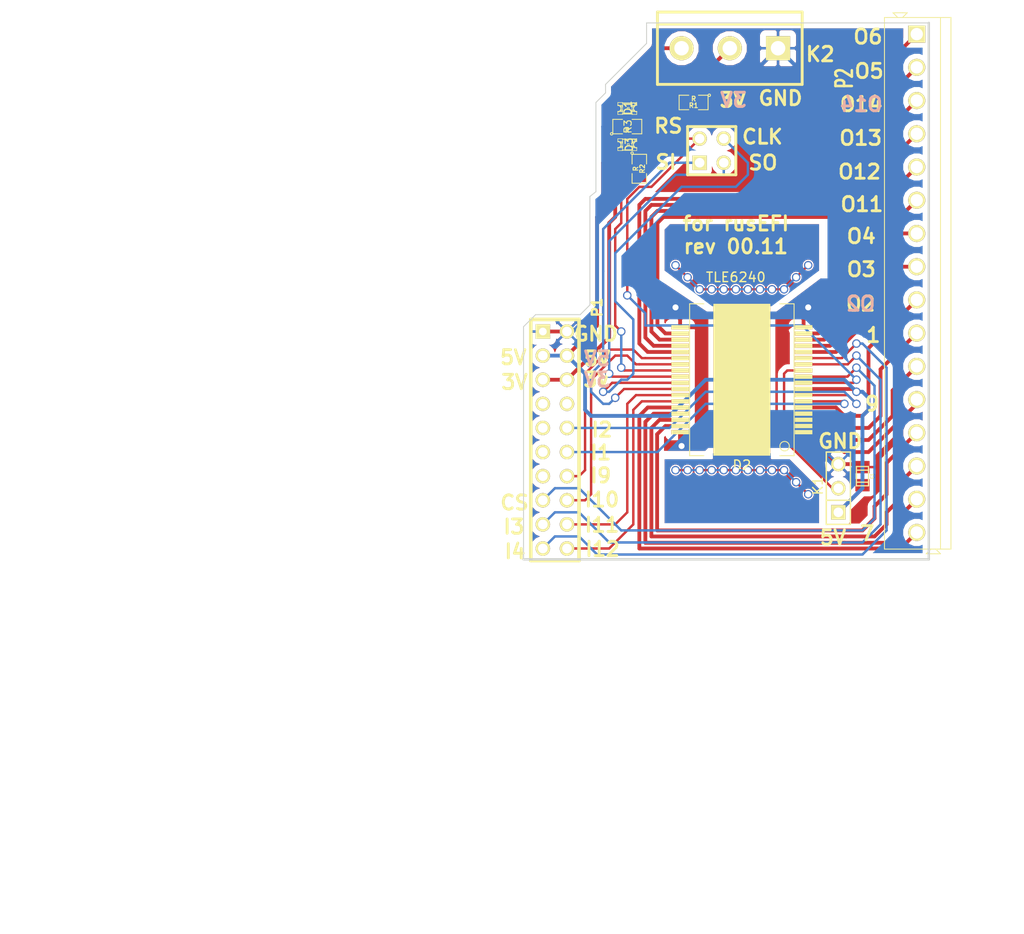
<source format=kicad_pcb>
(kicad_pcb (version 20221018) (generator pcbnew)
  (title_block (title "rusEFI break out board") (date "2018-12-29") (rev "R0.1"))
  (layers (0 "F.Cu" signal) (31 "B.Cu" signal) (34 "B.Paste" user) (35 "F.Paste" user) (36 "B.SilkS" user "B.Silkscreen") (37 "F.SilkS" user "F.Silkscreen") (38 "B.Mask" user) (39 "F.Mask" user) (44 "Edge.Cuts" user))
  (net 0 "")
  (net 1 "+5V")
  (net 2 "/+3.3V")
  (net 3 "/CS")
  (net 4 "/Fault")
  (net 5 "/IN1")
  (net 6 "/IN10")
  (net 7 "/IN11")
  (net 8 "/IN12")
  (net 9 "/IN2")
  (net 10 "/IN3")
  (net 11 "/IN4")
  (net 12 "/IN9")
  (net 13 "/OUT1")
  (net 14 "/OUT10")
  (net 15 "/OUT11")
  (net 16 "/OUT12")
  (net 17 "/OUT13")
  (net 18 "/OUT14")
  (net 19 "/OUT15")
  (net 20 "/OUT16")
  (net 21 "/OUT2")
  (net 22 "/OUT3")
  (net 23 "/OUT4")
  (net 24 "/OUT5")
  (net 25 "/OUT6")
  (net 26 "/OUT7")
  (net 27 "/OUT8")
  (net 28 "/OUT9")
  (net 29 "/PRG")
  (net 30 "/Reset")
  (net 31 "/SCLK")
  (net 32 "/SI")
  (net 33 "/SO")
  (net 34 "GND")
  (net 35 "N-0000014")
  (net 36 "N-0000023")
  (footprint "SM0805" (layer "F.Cu") (at 193.675 102.87 180)
    (fp_text reference "R1")
    (fp_text value "R")
  )
  (footprint "SM0805" (layer "F.Cu") (at 187.96 109.855 -90)
    (fp_text reference "R2")
    (fp_text value "R")
  )
  (footprint "PIN_ARRAY_3X1" (layer "F.Cu") (at 208.915 143.51 90)
    (fp_text reference "K1")
    (fp_text value "JUMPER3" hide)
  )
  (footprint "PIN_ARRAY_10X2" (layer "F.Cu") (at 179.07 138.43 -90)
    (fp_text reference "P1")
    (fp_text value "CONN_10X2" hide)
  )
  (footprint "PG-DSO-36" (layer "F.Cu") (at 198.755 132.08 180)
    (fp_text reference "D2")
    (fp_text value "TLE6240")
  )
  (footprint "LED-0805" (layer "F.Cu") (at 186.69 103.505)
    (fp_text reference "D1")
    (fp_text value "LED" hide)
  )
  (footprint "LED-0805" (layer "F.Cu") (at 186.69 107.315)
    (fp_text reference "D3")
    (fp_text value "LED" hide)
  )
  (footprint "c_0805" (layer "F.Cu") (at 211.455 142.24 -90)
    (fp_text reference "C1")
    (fp_text value "C" hide)
  )
  (footprint "bornier3" (layer "F.Cu") (at 197.485 97.155 180)
    (fp_text reference "K2")
    (fp_text value "CONN_3" hide)
  )
  (footprint "SIL-16_3.5MM" (layer "F.Cu") (at 217.17 121.92 -90)
    (fp_text reference "P2")
    (fp_text value "CONN_16" hide)
  )
  (footprint "SM0805" (layer "F.Cu") (at 186.69 105.41)
    (fp_text reference "R3")
    (fp_text value "R")
  )
  (footprint "PIN_ARRAY_2X2" (layer "F.Cu") (at 195.58 107.95)
    (fp_text reference "P3" hide)
    (fp_text value "CONN_2X2" hide)
  )
  (gr_line (start 183.388 102.87) (end 184.404 101.854) (stroke (width 0.1)) (layer "Edge.Cuts"))
  (gr_line (start 175.768 151.003) (end 175.768 126.492) (stroke (width 0.1)) (layer "Edge.Cuts"))
  (gr_line (start 218.44 94.488) (end 218.44 151.003) (stroke (width 0.254)) (layer "Edge.Cuts"))
  (gr_line (start 184.404 100.965) (end 188.722 96.647) (stroke (width 0.1)) (layer "Edge.Cuts"))
  (gr_line (start 182.753 124.206) (end 182.753 112.776) (stroke (width 0.1)) (layer "Edge.Cuts"))
  (gr_line (start 183.388 112.268) (end 183.388 102.87) (stroke (width 0.1)) (layer "Edge.Cuts"))
  (gr_line (start 188.722 96.647) (end 188.722 94.488) (stroke (width 0.1)) (layer "Edge.Cuts"))
  (gr_line (start 177.038 125.222) (end 175.768 126.492) (stroke (width 0.1)) (layer "Edge.Cuts"))
  (gr_line (start 181.737 125.222) (end 182.753 124.206) (stroke (width 0.1)) (layer "Edge.Cuts"))
  (gr_line (start 184.404 101.092) (end 184.404 100.965) (stroke (width 0.1)) (layer "Edge.Cuts"))
  (gr_line (start 177.038 125.222) (end 181.737 125.222) (stroke (width 0.1)) (layer "Edge.Cuts"))
  (gr_line (start 218.44 151.003) (end 175.768 151.003) (stroke (width 0.254)) (layer "Edge.Cuts"))
  (gr_line (start 182.753 112.776) (end 183.388 112.268) (stroke (width 0.1)) (layer "Edge.Cuts"))
  (gr_line (start 218.44 94.488) (end 188.722 94.488) (stroke (width 0.1)) (layer "Edge.Cuts"))
  (gr_line (start 184.404 101.854) (end 184.404 101.092) (stroke (width 0.1)) (layer "Edge.Cuts"))
  (gr_text "O2" (at 211.2645 124.079) (layer "B.SilkS") (effects (font (size 1.5 1.5) (thickness 0.3)) (justify mirror)))
  (gr_text "O14" (at 211.328 103.0605) (layer "B.SilkS") (effects (font (size 1.5 1.5) (thickness 0.3)) (justify mirror)))
  (gr_text "3V" (at 197.866 102.616) (layer "B.SilkS") (effects (font (size 1.5 1.5) (thickness 0.3)) (justify mirror)))
  (gr_text "5V" (at 183.515 129.8575) (layer "B.SilkS") (effects (font (size 1.5 1.5) (thickness 0.3)) (justify mirror)))
  (gr_text "3V" (at 183.515 132.08) (layer "B.SilkS") (effects (font (size 1.5 1.5) (thickness 0.3)) (justify mirror)))
  (gr_text "I11" (at 184.023 147.3835) (layer "F.SilkS") (effects (font (size 1.5 1.5) (thickness 0.3))))
  (gr_text "GND" (at 183.388 127.254) (layer "F.SilkS") (effects (font (size 1.5 1.5) (thickness 0.3))))
  (gr_text "for rusEFI\nrev 00.11" (at 198.12 116.84) (layer "F.SilkS") (effects (font (size 1.5 1.5) (thickness 0.3))))
  (gr_text "CLK" (at 200.914 106.4895) (layer "F.SilkS") (effects (font (size 1.5 1.5) (thickness 0.3))))
  (gr_text "O2" (at 211.2645 124.079) (layer "F.SilkS") (effects (font (size 1.5 1.5) (thickness 0.3))))
  (gr_text "SI" (at 190.754 109.1565) (layer "F.SilkS") (effects (font (size 1.5 1.5) (thickness 0.3))))
  (gr_text "O11" (at 211.3915 113.6015) (layer "F.SilkS") (effects (font (size 1.5 1.5) (thickness 0.3))))
  (gr_text "I4" (at 174.879 150.1775) (layer "F.SilkS") (effects (font (size 1.5 1.5) (thickness 0.3))))
  (gr_text "O5" (at 212.1535 99.568) (layer "F.SilkS") (effects (font (size 1.5 1.5) (thickness 0.3))))
  (gr_text "I2" (at 184.023 137.3505) (layer "F.SilkS") (effects (font (size 1.5 1.5) (thickness 0.3))))
  (gr_text "CS" (at 174.8155 145.034) (layer "F.SilkS") (effects (font (size 1.5 1.5) (thickness 0.3))))
  (gr_text "I3" (at 174.752 147.574) (layer "F.SilkS") (effects (font (size 1.5 1.5) (thickness 0.3))))
  (gr_text "5V" (at 183.515 129.8575) (layer "F.SilkS") (effects (font (size 1.5 1.5) (thickness 0.3))))
  (gr_text "O4" (at 211.328 116.967) (layer "F.SilkS") (effects (font (size 1.5 1.5) (thickness 0.3))))
  (gr_text "SO" (at 200.9775 109.22) (layer "F.SilkS") (effects (font (size 1.5 1.5) (thickness 0.3))))
  (gr_text "O12" (at 211.1375 110.1725) (layer "F.SilkS") (effects (font (size 1.5 1.5) (thickness 0.3))))
  (gr_text "I1" (at 183.896 139.7635) (layer "F.SilkS") (effects (font (size 1.5 1.5) (thickness 0.3))))
  (gr_text "1" (at 212.598 127.381) (layer "F.SilkS") (effects (font (size 1.5 1.5) (thickness 0.3))))
  (gr_text "3V" (at 183.4515 132.08) (layer "F.SilkS") (effects (font (size 1.5 1.5) (thickness 0.3))))
  (gr_text "O6" (at 212.0265 95.9485) (layer "F.SilkS") (effects (font (size 1.5 1.5) (thickness 0.3))))
  (gr_text "I9" (at 183.896 142.1765) (layer "F.SilkS") (effects (font (size 1.5 1.5) (thickness 0.3))))
  (gr_text "5V" (at 208.3435 148.717) (layer "F.SilkS") (effects (font (size 1.5 1.5) (thickness 0.3))))
  (gr_text "RS" (at 191.008 105.3465) (layer "F.SilkS") (effects (font (size 1.5 1.5) (thickness 0.3))))
  (gr_text "O13" (at 211.2645 106.6165) (layer "F.SilkS") (effects (font (size 1.5 1.5) (thickness 0.3))))
  (gr_text "5V" (at 174.6885 129.7305) (layer "F.SilkS") (effects (font (size 1.5 1.5) (thickness 0.3))))
  (gr_text "I10" (at 184.023 144.7165) (layer "F.SilkS") (effects (font (size 1.5 1.5) (thickness 0.3))))
  (gr_text "3V" (at 197.8025 102.616) (layer "F.SilkS") (effects (font (size 1.5 1.5) (thickness 0.3))))
  (gr_text "GND" (at 202.819 102.4255) (layer "F.SilkS") (effects (font (size 1.5 1.5) (thickness 0.3))))
  (gr_text "9" (at 212.471 134.62) (layer "F.SilkS") (effects (font (size 1.5 1.5) (thickness 0.3))))
  (gr_text "7" (at 211.963 148.2725) (layer "F.SilkS") (effects (font (size 1.5 1.5) (thickness 0.3))))
  (gr_text "O3" (at 211.328 120.4595) (layer "F.SilkS") (effects (font (size 1.5 1.5) (thickness 0.3))))
  (gr_text "I12" (at 184.0865 149.9235) (layer "F.SilkS") (effects (font (size 1.5 1.5) (thickness 0.3))))
  (gr_text "O14" (at 211.328 103.0605) (layer "F.SilkS") (effects (font (size 1.5 1.5) (thickness 0.3))))
  (gr_text "3V" (at 174.8155 132.334) (layer "F.SilkS") (effects (font (size 1.5 1.5) (thickness 0.3))))
  (gr_text "GND" (at 209.1055 138.557) (layer "F.SilkS") (effects (font (size 1.5 1.5) (thickness 0.3))))
  (segment (start 193.04 141.605) (end 191.77 141.605) (width 0.254) (layer "F.Cu") (net 0))
  (segment (start 194.31 141.605) (end 195.58 141.605) (width 0.254) (layer "F.Cu") (net 0))
  (segment (start 196.85 141.605) (end 198.12 141.605) (width 0.254) (layer "F.Cu") (net 0))
  (segment (start 199.39 141.605) (end 200.66 141.605) (width 0.254) (layer "F.Cu") (net 0))
  (segment (start 201.93 141.605) (end 203.2 141.605) (width 0.254) (layer "F.Cu") (net 0))
  (segment (start 205.74 144.145) (end 204.47 142.875) (width 0.254) (layer "F.Cu") (net 0))
  (segment (start 193.04 121.285) (end 191.77 120.015) (width 0.254) (layer "F.Cu") (net 0))
  (segment (start 194.31 122.555) (end 195.58 122.555) (width 0.254) (layer "F.Cu") (net 0))
  (segment (start 196.85 122.555) (end 198.12 122.555) (width 0.254) (layer "F.Cu") (net 0))
  (segment (start 199.39 122.555) (end 200.66 122.555) (width 0.254) (layer "F.Cu") (net 0))
  (segment (start 201.93 122.555) (end 203.2 122.555) (width 0.254) (layer "F.Cu") (net 0))
  (segment (start 205.74 120.015) (end 204.47 121.285) (width 0.254) (layer "F.Cu") (net 0))
  (via (at 194.31 122.555) (size 0.889) (drill 0.635) (layers "F.Cu" "B.Cu") (net 0))
  (via (at 201.93 122.555) (size 0.889) (drill 0.635) (layers "F.Cu" "B.Cu") (net 0))
  (via (at 196.85 141.605) (size 0.889) (drill 0.635) (layers "F.Cu" "B.Cu") (net 0))
  (via (at 193.04 121.285) (size 0.889) (drill 0.635) (layers "F.Cu" "B.Cu") (net 0))
  (via (at 191.77 120.015) (size 0.889) (drill 0.635) (layers "F.Cu" "B.Cu") (net 0))
  (via (at 203.2 122.555) (size 0.889) (drill 0.635) (layers "F.Cu" "B.Cu") (net 0))
  (via (at 193.04 141.605) (size 0.889) (drill 0.635) (layers "F.Cu" "B.Cu") (net 0))
  (via (at 203.2 141.605) (size 0.889) (drill 0.635) (layers "F.Cu" "B.Cu") (net 0))
  (via (at 199.39 141.605) (size 0.889) (drill 0.635) (layers "F.Cu" "B.Cu") (net 0))
  (via (at 194.31 141.605) (size 0.889) (drill 0.635) (layers "F.Cu" "B.Cu") (net 0))
  (via (at 204.47 121.285) (size 0.889) (drill 0.635) (layers "F.Cu" "B.Cu") (net 0))
  (via (at 205.74 144.145) (size 0.889) (drill 0.635) (layers "F.Cu" "B.Cu") (net 0))
  (via (at 201.93 141.605) (size 0.889) (drill 0.635) (layers "F.Cu" "B.Cu") (net 0))
  (via (at 205.74 120.015) (size 0.889) (drill 0.635) (layers "F.Cu" "B.Cu") (net 0))
  (via (at 198.12 122.555) (size 0.889) (drill 0.635) (layers "F.Cu" "B.Cu") (net 0))
  (via (at 196.85 122.555) (size 0.889) (drill 0.635) (layers "F.Cu" "B.Cu") (net 0))
  (via (at 191.77 141.605) (size 0.889) (drill 0.635) (layers "F.Cu" "B.Cu") (net 0))
  (via (at 198.12 141.605) (size 0.889) (drill 0.635) (layers "F.Cu" "B.Cu") (net 0))
  (via (at 199.39 122.555) (size 0.889) (drill 0.635) (layers "F.Cu" "B.Cu") (net 0))
  (via (at 204.47 142.875) (size 0.889) (drill 0.635) (layers "F.Cu" "B.Cu") (net 0))
  (via (at 195.58 122.555) (size 0.889) (drill 0.635) (layers "F.Cu" "B.Cu") (net 0))
  (via (at 200.66 141.605) (size 0.889) (drill 0.635) (layers "F.Cu" "B.Cu") (net 0))
  (via (at 195.58 141.605) (size 0.889) (drill 0.635) (layers "F.Cu" "B.Cu") (net 0))
  (via (at 200.66 122.555) (size 0.889) (drill 0.635) (layers "F.Cu" "B.Cu") (net 0))
  (segment (start 193.04 141.605) (end 194.31 141.605) (width 0.254) (layer "B.Cu") (net 0))
  (segment (start 195.58 141.605) (end 196.85 141.605) (width 0.254) (layer "B.Cu") (net 0))
  (segment (start 198.12 141.605) (end 199.39 141.605) (width 0.254) (layer "B.Cu") (net 0))
  (segment (start 200.66 141.605) (end 201.93 141.605) (width 0.254) (layer "B.Cu") (net 0))
  (segment (start 203.2 141.605) (end 204.47 142.875) (width 0.254) (layer "B.Cu") (net 0))
  (segment (start 193.04 121.285) (end 194.31 122.555) (width 0.254) (layer "B.Cu") (net 0))
  (segment (start 195.58 122.555) (end 196.85 122.555) (width 0.254) (layer "B.Cu") (net 0))
  (segment (start 198.12 122.555) (end 199.39 122.555) (width 0.254) (layer "B.Cu") (net 0))
  (segment (start 200.66 122.555) (end 201.93 122.555) (width 0.254) (layer "B.Cu") (net 0))
  (segment (start 203.2 122.555) (end 204.47 121.285) (width 0.254) (layer "B.Cu") (net 0))
  (segment (start 184.15 114.3) (end 183.515 114.935) (width 0.4) (layer "F.Cu") (net 1))
  (segment (start 183.515 114.935) (end 183.515 126.365) (width 0.4) (layer "F.Cu") (net 1))
  (segment (start 184.15 109.22) (end 184.15 114.3) (width 0.4) (layer "F.Cu") (net 1))
  (segment (start 185.42 107.95) (end 184.15 109.22) (width 0.4) (layer "F.Cu") (net 1))
  (segment (start 185.42 102.235) (end 190.5 97.155) (width 0.4) (layer "F.Cu") (net 1))
  (segment (start 190.5 97.155) (end 192.405 97.155) (width 0.4) (layer "F.Cu") (net 1))
  (segment (start 185.64098 105.50652) (end 185.7375 105.41) (width 0.4) (layer "F.Cu") (net 1))
  (segment (start 185.64098 105.31348) (end 185.7375 105.41) (width 0.4) (layer "F.Cu") (net 1))
  (segment (start 185.64098 103.09098) (end 185.42 102.87) (width 0.4) (layer "F.Cu") (net 1))
  (segment (start 185.42 102.87) (end 185.42 102.235) (width 0.4) (layer "F.Cu") (net 1))
  (segment (start 210.525 133.055) (end 210.82 133.35) (width 0.4) (layer "F.Cu") (net 1))
  (segment (start 211.455 143.51) (end 208.915 146.05) (width 0.4) (layer "F.Cu") (net 1))
  (segment (start 183.515 126.365) (end 180.34 129.54) (width 0.4) (layer "F.Cu") (net 1))
  (segment (start 210.525 133.055) (end 205.255 133.055) (width 0.4) (layer "F.Cu") (net 1))
  (segment (start 185.64098 103.505) (end 185.64098 103.09098) (width 0.4) (layer "F.Cu") (net 1))
  (segment (start 185.42 107.95) (end 185.42 102.87) (width 0.4) (layer "F.Cu") (net 1))
  (segment (start 185.64098 107.315) (end 185.64098 105.50652) (width 0.4) (layer "F.Cu") (net 1))
  (segment (start 185.64098 103.505) (end 185.64098 105.31348) (width 0.4) (layer "F.Cu") (net 1))
  (segment (start 211.455 143.1925) (end 211.455 143.51) (width 0.4) (layer "F.Cu") (net 1))
  (via (at 210.82 133.35) (size 0.889) (drill 0.635) (layers "F.Cu" "B.Cu") (net 1))
  (segment (start 211.455 143.51) (end 211.455 135.89) (width 0.4) (layer "B.Cu") (net 1))
  (segment (start 211.455 135.89) (end 212.09 135.255) (width 0.4) (layer "B.Cu") (net 1))
  (segment (start 212.09 135.255) (end 212.09 133.985) (width 0.4) (layer "B.Cu") (net 1))
  (segment (start 212.09 133.985) (end 211.455 133.35) (width 0.4) (layer "B.Cu") (net 1))
  (segment (start 211.455 133.35) (end 210.82 133.35) (width 0.4) (layer "B.Cu") (net 1))
  (segment (start 209.55 132.08) (end 194.945 132.08) (width 0.4) (layer "B.Cu") (net 1))
  (segment (start 194.945 132.08) (end 191.135 135.89) (width 0.4) (layer "B.Cu") (net 1))
  (segment (start 191.135 135.89) (end 182.88 135.89) (width 0.4) (layer "B.Cu") (net 1))
  (segment (start 182.88 135.89) (end 182.245 135.255) (width 0.4) (layer "B.Cu") (net 1))
  (segment (start 182.245 135.255) (end 182.245 131.445) (width 0.4) (layer "B.Cu") (net 1))
  (segment (start 182.245 131.445) (end 180.34 129.54) (width 0.4) (layer "B.Cu") (net 1))
  (segment (start 177.8 129.54) (end 180.34 129.54) (width 0.4) (layer "B.Cu") (net 1))
  (segment (start 208.915 146.05) (end 211.455 143.51) (width 0.4) (layer "B.Cu") (net 1))
  (segment (start 210.82 133.35) (end 209.55 132.08) (width 0.4) (layer "B.Cu") (net 1))
  (segment (start 184.785 115.57) (end 185.42 114.935) (width 0.4) (layer "F.Cu") (net 2))
  (segment (start 185.42 114.935) (end 185.42 112.395) (width 0.4) (layer "F.Cu") (net 2))
  (segment (start 189.23 101.6) (end 190.5 100.33) (width 0.4) (layer "F.Cu") (net 2))
  (segment (start 190.5 100.33) (end 194.31 100.33) (width 0.4) (layer "F.Cu") (net 2))
  (segment (start 194.31 100.33) (end 197.485 97.155) (width 0.4) (layer "F.Cu") (net 2))
  (segment (start 186.055 109.22) (end 185.42 109.855) (width 0.4) (layer "F.Cu") (net 2))
  (segment (start 185.42 109.855) (end 185.42 112.395) (width 0.4) (layer "F.Cu") (net 2))
  (segment (start 186.69 109.22) (end 186.055 109.22) (width 0.4) (layer "F.Cu") (net 2))
  (segment (start 184.785 127) (end 184.785 115.57) (width 0.4) (layer "F.Cu") (net 2))
  (segment (start 184.785 127.635) (end 180.34 132.08) (width 0.4) (layer "F.Cu") (net 2))
  (segment (start 186.69 102.235) (end 186.69 109.22) (width 0.4) (layer "F.Cu") (net 2))
  (segment (start 189.23 101.6) (end 187.325 101.6) (width 0.4) (layer "F.Cu") (net 2))
  (segment (start 187.325 101.6) (end 186.69 102.235) (width 0.4) (layer "F.Cu") (net 2))
  (segment (start 177.8 132.08) (end 180.34 132.08) (width 0.4) (layer "F.Cu") (net 2))
  (segment (start 184.785 127) (end 184.785 127.635) (width 0.4) (layer "F.Cu") (net 2))
  (segment (start 209.875 131.755) (end 210.82 130.81) (width 0.254) (layer "F.Cu") (net 3))
  (segment (start 205.255 131.755) (end 209.875 131.755) (width 0.254) (layer "F.Cu") (net 3))
  (via (at 210.82 130.81) (size 0.889) (drill 0.635) (layers "F.Cu" "B.Cu") (net 3))
  (segment (start 212.725 132.715) (end 212.725 146.685) (width 0.254) (layer "B.Cu") (net 3))
  (segment (start 212.725 146.685) (end 211.455 147.955) (width 0.254) (layer "B.Cu") (net 3))
  (segment (start 211.455 147.955) (end 186.055 147.955) (width 0.254) (layer "B.Cu") (net 3))
  (segment (start 186.055 147.955) (end 184.15 146.05) (width 0.254) (layer "B.Cu") (net 3))
  (segment (start 181.61 143.51) (end 179.07 143.51) (width 0.254) (layer "B.Cu") (net 3))
  (segment (start 179.07 143.51) (end 177.8 144.78) (width 0.254) (layer "B.Cu") (net 3))
  (segment (start 210.82 130.81) (end 212.725 132.715) (width 0.254) (layer "B.Cu") (net 3))
  (segment (start 184.15 146.05) (end 181.61 143.51) (width 0.254) (layer "B.Cu") (net 3))
  (segment (start 186.35 131.105) (end 186.055 130.81) (width 0.254) (layer "F.Cu") (net 4))
  (segment (start 186.055 127) (end 185.42 126.365) (width 0.254) (layer "F.Cu") (net 4))
  (segment (start 185.42 126.365) (end 185.42 116.205) (width 0.254) (layer "F.Cu") (net 4))
  (segment (start 185.42 116.205) (end 186.055 115.57) (width 0.254) (layer "F.Cu") (net 4))
  (segment (start 186.055 115.57) (end 186.055 112.7125) (width 0.254) (layer "F.Cu") (net 4))
  (segment (start 186.055 112.7125) (end 187.96 110.8075) (width 0.254) (layer "F.Cu") (net 4))
  (segment (start 192.255 131.105) (end 186.35 131.105) (width 0.254) (layer "F.Cu") (net 4))
  (via (at 186.055 130.81) (size 0.889) (drill 0.635) (layers "F.Cu" "B.Cu") (net 4))
  (via (at 186.055 127) (size 0.889) (drill 0.635) (layers "F.Cu" "B.Cu") (net 4))
  (segment (start 186.055 130.81) (end 186.055 127) (width 0.254) (layer "B.Cu") (net 4))
  (segment (start 209.285 134.355) (end 209.55 134.62) (width 0.254) (layer "F.Cu") (net 5))
  (segment (start 205.255 134.355) (end 209.285 134.355) (width 0.254) (layer "F.Cu") (net 5))
  (via (at 209.55 134.62) (size 0.889) (drill 0.635) (layers "F.Cu" "B.Cu") (net 5))
  (segment (start 194.945 134.62) (end 189.865 139.7) (width 0.254) (layer "B.Cu") (net 5))
  (segment (start 189.865 139.7) (end 180.34 139.7) (width 0.254) (layer "B.Cu") (net 5))
  (segment (start 209.55 134.62) (end 194.945 134.62) (width 0.254) (layer "B.Cu") (net 5))
  (segment (start 182.88 133.985) (end 182.88 144.145) (width 0.254) (layer "F.Cu") (net 6))
  (segment (start 182.88 144.145) (end 182.245 144.78) (width 0.254) (layer "F.Cu") (net 6))
  (segment (start 182.245 144.78) (end 180.34 144.78) (width 0.254) (layer "F.Cu") (net 6))
  (segment (start 187.605 130.455) (end 186.69 129.54) (width 0.254) (layer "F.Cu") (net 6))
  (segment (start 186.69 129.54) (end 185.42 129.54) (width 0.254) (layer "F.Cu") (net 6))
  (segment (start 185.42 129.54) (end 182.88 132.08) (width 0.254) (layer "F.Cu") (net 6))
  (segment (start 182.88 132.08) (end 182.88 133.985) (width 0.254) (layer "F.Cu") (net 6))
  (segment (start 192.255 130.455) (end 187.96 130.455) (width 0.254) (layer "F.Cu") (net 6))
  (segment (start 187.96 130.455) (end 187.605 130.455) (width 0.254) (layer "F.Cu") (net 6))
  (segment (start 185.42 147.32) (end 186.69 146.05) (width 0.254) (layer "F.Cu") (net 7))
  (segment (start 186.69 146.05) (end 186.69 134.62) (width 0.254) (layer "F.Cu") (net 7))
  (segment (start 187.605 133.705) (end 186.69 134.62) (width 0.254) (layer "F.Cu") (net 7))
  (segment (start 185.42 147.32) (end 180.34 147.32) (width 0.254) (layer "F.Cu") (net 7))
  (segment (start 192.255 133.705) (end 187.605 133.705) (width 0.254) (layer "F.Cu") (net 7))
  (segment (start 188.225 134.355) (end 187.325 135.255) (width 0.254) (layer "F.Cu") (net 8))
  (segment (start 187.325 147.32) (end 184.785 149.86) (width 0.254) (layer "F.Cu") (net 8))
  (segment (start 184.785 149.86) (end 180.34 149.86) (width 0.254) (layer "F.Cu") (net 8))
  (segment (start 192.255 134.355) (end 188.225 134.355) (width 0.254) (layer "F.Cu") (net 8))
  (segment (start 187.325 135.255) (end 187.325 147.32) (width 0.254) (layer "F.Cu") (net 8))
  (segment (start 209.905 133.705) (end 210.82 134.62) (width 0.254) (layer "F.Cu") (net 9))
  (segment (start 205.255 133.705) (end 209.905 133.705) (width 0.254) (layer "F.Cu") (net 9))
  (via (at 210.82 134.62) (size 0.889) (drill 0.635) (layers "F.Cu" "B.Cu") (net 9))
  (segment (start 209.55 133.35) (end 194.945 133.35) (width 0.254) (layer "B.Cu") (net 9))
  (segment (start 194.945 133.35) (end 191.135 137.16) (width 0.254) (layer "B.Cu") (net 9))
  (segment (start 191.135 137.16) (end 180.34 137.16) (width 0.254) (layer "B.Cu") (net 9))
  (segment (start 210.82 134.62) (end 209.55 133.35) (width 0.254) (layer "B.Cu") (net 9))
  (segment (start 209.905 130.455) (end 210.82 129.54) (width 0.254) (layer "F.Cu") (net 10))
  (segment (start 205.255 130.455) (end 209.905 130.455) (width 0.254) (layer "F.Cu") (net 10))
  (via (at 210.82 129.54) (size 0.889) (drill 0.635) (layers "F.Cu" "B.Cu") (net 10))
  (segment (start 213.36 132.08) (end 213.36 147.32) (width 0.254) (layer "B.Cu") (net 10))
  (segment (start 213.36 147.32) (end 211.455 149.225) (width 0.254) (layer "B.Cu") (net 10))
  (segment (start 211.455 149.225) (end 184.785 149.225) (width 0.254) (layer "B.Cu") (net 10))
  (segment (start 184.785 149.225) (end 184.15 148.59) (width 0.254) (layer "B.Cu") (net 10))
  (segment (start 181.61 146.05) (end 179.07 146.05) (width 0.254) (layer "B.Cu") (net 10))
  (segment (start 179.07 146.05) (end 177.8 147.32) (width 0.254) (layer "B.Cu") (net 10))
  (segment (start 184.15 148.59) (end 181.61 146.05) (width 0.254) (layer "B.Cu") (net 10))
  (segment (start 210.82 129.54) (end 213.36 132.08) (width 0.254) (layer "B.Cu") (net 10))
  (segment (start 209.285 129.805) (end 210.82 128.27) (width 0.254) (layer "F.Cu") (net 11))
  (segment (start 205.255 129.805) (end 209.285 129.805) (width 0.254) (layer "F.Cu") (net 11))
  (via (at 210.82 128.27) (size 0.889) (drill 0.635) (layers "F.Cu" "B.Cu") (net 11))
  (segment (start 211.455 128.27) (end 213.995 130.81) (width 0.254) (layer "B.Cu") (net 11))
  (segment (start 213.995 130.81) (end 213.995 147.955) (width 0.254) (layer "B.Cu") (net 11))
  (segment (start 213.995 147.955) (end 211.455 150.495) (width 0.254) (layer "B.Cu") (net 11))
  (segment (start 211.455 150.495) (end 183.515 150.495) (width 0.254) (layer "B.Cu") (net 11))
  (segment (start 181.61 148.59) (end 179.07 148.59) (width 0.254) (layer "B.Cu") (net 11))
  (segment (start 179.07 148.59) (end 177.8 149.86) (width 0.254) (layer "B.Cu") (net 11))
  (segment (start 210.82 128.27) (end 211.455 128.27) (width 0.254) (layer "B.Cu") (net 11))
  (segment (start 183.515 150.495) (end 181.61 148.59) (width 0.254) (layer "B.Cu") (net 11))
  (segment (start 182.245 133.35) (end 182.245 141.605) (width 0.254) (layer "F.Cu") (net 12))
  (segment (start 182.245 141.605) (end 181.61 142.24) (width 0.254) (layer "F.Cu") (net 12))
  (segment (start 181.61 142.24) (end 180.34 142.24) (width 0.254) (layer "F.Cu") (net 12))
  (segment (start 188.225 129.805) (end 187.325 128.905) (width 0.254) (layer "F.Cu") (net 12))
  (segment (start 187.325 128.905) (end 186.055 128.905) (width 0.254) (layer "F.Cu") (net 12))
  (segment (start 182.245 132.715) (end 182.245 133.35) (width 0.254) (layer "F.Cu") (net 12))
  (segment (start 184.785 128.905) (end 182.245 131.445) (width 0.254) (layer "F.Cu") (net 12))
  (segment (start 182.245 131.445) (end 182.245 132.715) (width 0.254) (layer "F.Cu") (net 12))
  (segment (start 188.595 129.805) (end 188.225 129.805) (width 0.254) (layer "F.Cu") (net 12))
  (segment (start 192.255 129.805) (end 188.595 129.805) (width 0.254) (layer "F.Cu") (net 12))
  (segment (start 186.055 128.905) (end 184.785 128.905) (width 0.254) (layer "F.Cu") (net 12))
  (segment (start 208.045 135.655) (end 209.55 137.16) (width 0.4) (layer "F.Cu") (net 13))
  (segment (start 212.09 137.16) (end 213.36 135.89) (width 0.4) (layer "F.Cu") (net 13))
  (segment (start 213.36 135.89) (end 213.36 130.98) (width 0.4) (layer "F.Cu") (net 13))
  (segment (start 213.36 130.98) (end 217.17 127.17) (width 0.4) (layer "F.Cu") (net 13))
  (segment (start 209.55 137.16) (end 212.09 137.16) (width 0.4) (layer "F.Cu") (net 13))
  (segment (start 205.255 135.655) (end 208.045 135.655) (width 0.4) (layer "F.Cu") (net 13))
  (segment (start 207.425 136.305) (end 209.55 138.43) (width 0.4) (layer "F.Cu") (net 14))
  (segment (start 212.09 138.43) (end 214.63 135.89) (width 0.4) (layer "F.Cu") (net 14))
  (segment (start 214.63 135.89) (end 214.63 133.21) (width 0.4) (layer "F.Cu") (net 14))
  (segment (start 214.63 133.21) (end 217.17 130.67) (width 0.4) (layer "F.Cu") (net 14))
  (segment (start 205.255 136.305) (end 207.425 136.305) (width 0.4) (layer "F.Cu") (net 14))
  (segment (start 209.55 138.43) (end 212.09 138.43) (width 0.4) (layer "F.Cu") (net 14))
  (segment (start 207.425 127.855) (end 208.28 127) (width 0.4) (layer "F.Cu") (net 15))
  (segment (start 209.55 120.79) (end 217.17 113.17) (width 0.4) (layer "F.Cu") (net 15))
  (segment (start 208.28 123.19) (end 209.55 121.92) (width 0.4) (layer "F.Cu") (net 15))
  (segment (start 209.55 121.92) (end 209.55 120.79) (width 0.4) (layer "F.Cu") (net 15))
  (segment (start 205.255 127.855) (end 207.425 127.855) (width 0.4) (layer "F.Cu") (net 15))
  (segment (start 208.28 125.095) (end 208.28 123.19) (width 0.4) (layer "F.Cu") (net 15))
  (segment (start 208.28 127) (end 208.28 125.095) (width 0.4) (layer "F.Cu") (net 15))
  (segment (start 206.805 127.205) (end 207.01 127) (width 0.4) (layer "F.Cu") (net 16))
  (segment (start 208.28 118.56) (end 217.17 109.67) (width 0.4) (layer "F.Cu") (net 16))
  (segment (start 207.01 122.555) (end 208.28 121.285) (width 0.4) (layer "F.Cu") (net 16))
  (segment (start 208.28 121.285) (end 208.28 118.56) (width 0.4) (layer "F.Cu") (net 16))
  (segment (start 207.01 125.095) (end 207.01 122.555) (width 0.4) (layer "F.Cu") (net 16))
  (segment (start 205.255 127.205) (end 206.805 127.205) (width 0.4) (layer "F.Cu") (net 16))
  (segment (start 207.01 127) (end 207.01 125.095) (width 0.4) (layer "F.Cu") (net 16))
  (segment (start 190.705 127.205) (end 189.865 126.365) (width 0.4) (layer "F.Cu") (net 17))
  (segment (start 189.865 126.365) (end 189.865 115.57) (width 0.4) (layer "F.Cu") (net 17))
  (segment (start 189.865 115.57) (end 190.5 114.935) (width 0.4) (layer "F.Cu") (net 17))
  (segment (start 190.5 114.935) (end 208.405 114.935) (width 0.4) (layer "F.Cu") (net 17))
  (segment (start 208.405 114.935) (end 217.17 106.17) (width 0.4) (layer "F.Cu") (net 17))
  (segment (start 192.255 127.205) (end 190.705 127.205) (width 0.4) (layer "F.Cu") (net 17))
  (segment (start 190.085 127.855) (end 189.23 127) (width 0.4) (layer "F.Cu") (net 18))
  (segment (start 189.23 127) (end 189.23 114.935) (width 0.4) (layer "F.Cu") (net 18))
  (segment (start 189.23 114.935) (end 189.865 114.3) (width 0.4) (layer "F.Cu") (net 18))
  (segment (start 189.865 114.3) (end 205.54 114.3) (width 0.4) (layer "F.Cu") (net 18))
  (segment (start 205.54 114.3) (end 217.17 102.67) (width 0.4) (layer "F.Cu") (net 18))
  (segment (start 192.255 127.855) (end 190.085 127.855) (width 0.4) (layer "F.Cu") (net 18))
  (segment (start 190.085 136.305) (end 189.23 137.16) (width 0.4) (layer "F.Cu") (net 19))
  (segment (start 189.23 137.16) (end 189.23 148.59) (width 0.4) (layer "F.Cu") (net 19))
  (segment (start 189.23 148.59) (end 208.915 148.59) (width 0.4) (layer "F.Cu") (net 19))
  (segment (start 212.725 148.59) (end 213.995 147.32) (width 0.4) (layer "F.Cu") (net 19))
  (segment (start 213.995 147.32) (end 213.995 146.05) (width 0.4) (layer "F.Cu") (net 19))
  (segment (start 215.265 144.78) (end 215.265 143.075) (width 0.4) (layer "F.Cu") (net 19))
  (segment (start 215.265 143.075) (end 217.17 141.17) (width 0.4) (layer "F.Cu") (net 19))
  (segment (start 209.75 148.59) (end 212.725 148.59) (width 0.4) (layer "F.Cu") (net 19))
  (segment (start 208.915 148.59) (end 209.75 148.59) (width 0.4) (layer "F.Cu") (net 19))
  (segment (start 213.995 146.05) (end 215.265 144.78) (width 0.4) (layer "F.Cu") (net 19))
  (segment (start 192.255 136.305) (end 190.085 136.305) (width 0.4) (layer "F.Cu") (net 19))
  (segment (start 190.705 136.955) (end 189.833202 137.826798) (width 0.4) (layer "F.Cu") (net 20))
  (segment (start 189.833202 137.826798) (end 189.833202 147.923202) (width 0.4) (layer "F.Cu") (net 20))
  (segment (start 189.833202 147.923202) (end 189.865 147.955) (width 0.4) (layer "F.Cu") (net 20))
  (segment (start 189.865 147.955) (end 208.28 147.955) (width 0.4) (layer "F.Cu") (net 20))
  (segment (start 213.995 142.24) (end 213.995 140.845) (width 0.4) (layer "F.Cu") (net 20))
  (segment (start 213.995 140.845) (end 217.17 137.67) (width 0.4) (layer "F.Cu") (net 20))
  (segment (start 211.455 147.955) (end 212.725 146.685) (width 0.4) (layer "F.Cu") (net 20))
  (segment (start 212.725 146.685) (end 212.725 145.415) (width 0.4) (layer "F.Cu") (net 20))
  (segment (start 213.36 144.78) (end 213.995 144.145) (width 0.4) (layer "F.Cu") (net 20))
  (segment (start 213.995 144.145) (end 213.995 142.24) (width 0.4) (layer "F.Cu") (net 20))
  (segment (start 213.36 144.78) (end 212.725 145.415) (width 0.4) (layer "F.Cu") (net 20))
  (segment (start 208.28 147.955) (end 211.455 147.955) (width 0.4) (layer "F.Cu") (net 20))
  (segment (start 192.255 136.955) (end 190.705 136.955) (width 0.4) (layer "F.Cu") (net 20))
  (segment (start 213.995 144.145) (end 212.725 145.415) (width 0.4) (layer "F.Cu") (net 20))
  (segment (start 208.665 135.005) (end 209.55 135.89) (width 0.4) (layer "F.Cu") (net 21))
  (segment (start 209.55 135.89) (end 211.455 135.89) (width 0.4) (layer "F.Cu") (net 21))
  (segment (start 211.455 135.89) (end 212.09 135.255) (width 0.4) (layer "F.Cu") (net 21))
  (segment (start 212.09 135.255) (end 212.09 128.75) (width 0.4) (layer "F.Cu") (net 21))
  (segment (start 212.09 128.75) (end 217.17 123.67) (width 0.4) (layer "F.Cu") (net 21))
  (segment (start 205.255 135.005) (end 208.665 135.005) (width 0.4) (layer "F.Cu") (net 21))
  (segment (start 208.665 129.155) (end 210.82 127) (width 0.4) (layer "F.Cu") (net 22))
  (segment (start 212.09 121.285) (end 213.205 120.17) (width 0.4) (layer "F.Cu") (net 22))
  (segment (start 213.205 120.17) (end 217.17 120.17) (width 0.4) (layer "F.Cu") (net 22))
  (segment (start 210.82 123.19) (end 212.09 121.92) (width 0.4) (layer "F.Cu") (net 22))
  (segment (start 212.09 121.92) (end 212.09 121.285) (width 0.4) (layer "F.Cu") (net 22))
  (segment (start 210.82 125.095) (end 210.82 123.19) (width 0.4) (layer "F.Cu") (net 22))
  (segment (start 205.255 129.155) (end 208.665 129.155) (width 0.4) (layer "F.Cu") (net 22))
  (segment (start 210.82 127) (end 210.82 125.095) (width 0.4) (layer "F.Cu") (net 22))
  (segment (start 208.045 128.505) (end 209.55 127) (width 0.4) (layer "F.Cu") (net 23))
  (segment (start 210.82 120.65) (end 214.8 116.67) (width 0.4) (layer "F.Cu") (net 23))
  (segment (start 214.8 116.67) (end 217.17 116.67) (width 0.4) (layer "F.Cu") (net 23))
  (segment (start 209.55 123.19) (end 210.82 121.92) (width 0.4) (layer "F.Cu") (net 23))
  (segment (start 210.82 121.92) (end 210.82 120.65) (width 0.4) (layer "F.Cu") (net 23))
  (segment (start 209.55 127) (end 209.55 125.095) (width 0.4) (layer "F.Cu") (net 23))
  (segment (start 209.55 125.095) (end 209.55 123.19) (width 0.4) (layer "F.Cu") (net 23))
  (segment (start 205.255 128.505) (end 208.045 128.505) (width 0.4) (layer "F.Cu") (net 23))
  (segment (start 189.465 128.505) (end 188.595 127.635) (width 0.4) (layer "F.Cu") (net 24))
  (segment (start 188.595 127.635) (end 188.595 114.3) (width 0.4) (layer "F.Cu") (net 24))
  (segment (start 188.595 114.3) (end 189.23 113.665) (width 0.4) (layer "F.Cu") (net 24))
  (segment (start 189.23 113.665) (end 202.675 113.665) (width 0.4) (layer "F.Cu") (net 24))
  (segment (start 202.675 113.665) (end 217.17 99.17) (width 0.4) (layer "F.Cu") (net 24))
  (segment (start 192.255 128.505) (end 189.465 128.505) (width 0.4) (layer "F.Cu") (net 24))
  (segment (start 188.845 129.155) (end 187.96 128.27) (width 0.4) (layer "F.Cu") (net 25))
  (segment (start 187.96 128.27) (end 187.96 113.665) (width 0.4) (layer "F.Cu") (net 25))
  (segment (start 187.96 113.665) (end 188.595 113.03) (width 0.4) (layer "F.Cu") (net 25))
  (segment (start 188.595 113.03) (end 199.81 113.03) (width 0.4) (layer "F.Cu") (net 25))
  (segment (start 199.81 113.03) (end 217.17 95.67) (width 0.4) (layer "F.Cu") (net 25))
  (segment (start 192.255 129.155) (end 188.845 129.155) (width 0.4) (layer "F.Cu") (net 25))
  (segment (start 188.845 135.005) (end 187.96 135.89) (width 0.4) (layer "F.Cu") (net 26))
  (segment (start 187.96 135.89) (end 187.96 149.86) (width 0.4) (layer "F.Cu") (net 26))
  (segment (start 187.96 149.86) (end 213.995 149.86) (width 0.4) (layer "F.Cu") (net 26))
  (segment (start 215.48 149.86) (end 217.17 148.17) (width 0.4) (layer "F.Cu") (net 26))
  (segment (start 192.255 135.005) (end 188.845 135.005) (width 0.4) (layer "F.Cu") (net 26))
  (segment (start 213.995 149.86) (end 215.48 149.86) (width 0.4) (layer "F.Cu") (net 26))
  (segment (start 189.465 135.655) (end 188.595 136.525) (width 0.4) (layer "F.Cu") (net 27))
  (segment (start 188.595 136.525) (end 188.595 149.256798) (width 0.4) (layer "F.Cu") (net 27))
  (segment (start 188.595 149.256798) (end 209.55 149.256798) (width 0.4) (layer "F.Cu") (net 27))
  (segment (start 213.963202 149.256798) (end 215.265 147.955) (width 0.4) (layer "F.Cu") (net 27))
  (segment (start 215.265 147.955) (end 215.265 146.575) (width 0.4) (layer "F.Cu") (net 27))
  (segment (start 215.265 146.575) (end 217.17 144.67) (width 0.4) (layer "F.Cu") (net 27))
  (segment (start 209.55 149.256798) (end 212.67 149.256798) (width 0.4) (layer "F.Cu") (net 27))
  (segment (start 212.67 149.256798) (end 213.963202 149.256798) (width 0.4) (layer "F.Cu") (net 27))
  (segment (start 192.255 135.655) (end 189.465 135.655) (width 0.4) (layer "F.Cu") (net 27))
  (segment (start 206.805 136.955) (end 209.55 139.7) (width 0.4) (layer "F.Cu") (net 28))
  (segment (start 212.09 139.7) (end 217.17 134.62) (width 0.4) (layer "F.Cu") (net 28))
  (segment (start 217.17 134.62) (end 217.17 134.17) (width 0.4) (layer "F.Cu") (net 28))
  (segment (start 205.255 136.955) (end 206.805 136.955) (width 0.4) (layer "F.Cu") (net 28))
  (segment (start 209.55 139.7) (end 212.09 139.7) (width 0.4) (layer "F.Cu") (net 28))
  (segment (start 203.54 131.105) (end 203.2 131.445) (width 0.254) (layer "F.Cu") (net 29))
  (segment (start 203.2 131.445) (end 203.2 138.43) (width 0.254) (layer "F.Cu") (net 29))
  (segment (start 203.2 138.43) (end 208.28 143.51) (width 0.254) (layer "F.Cu") (net 29))
  (segment (start 208.28 143.51) (end 208.915 143.51) (width 0.254) (layer "F.Cu") (net 29))
  (segment (start 205.255 131.105) (end 203.54 131.105) (width 0.254) (layer "F.Cu") (net 29))
  (segment (start 189.865 106.68) (end 188.595 105.41) (width 0.254) (layer "F.Cu") (net 30))
  (segment (start 210.495 132.405) (end 210.82 132.08) (width 0.254) (layer "F.Cu") (net 30))
  (segment (start 186.69 113.03) (end 187.96 111.76) (width 0.254) (layer "F.Cu") (net 30))
  (segment (start 187.96 111.76) (end 189.23 111.76) (width 0.254) (layer "F.Cu") (net 30))
  (segment (start 189.23 111.76) (end 194.31 106.68) (width 0.254) (layer "F.Cu") (net 30))
  (segment (start 186.69 123.19) (end 186.69 113.03) (width 0.254) (layer "F.Cu") (net 30))
  (segment (start 205.255 132.405) (end 210.495 132.405) (width 0.254) (layer "F.Cu") (net 30))
  (segment (start 194.31 106.68) (end 189.865 106.68) (width 0.254) (layer "F.Cu") (net 30))
  (segment (start 187.6425 105.41) (end 188.595 105.41) (width 0.254) (layer "F.Cu") (net 30))
  (via (at 186.69 123.19) (size 0.889) (drill 0.635) (layers "F.Cu" "B.Cu") (net 30))
  (via (at 210.82 132.08) (size 0.889) (drill 0.635) (layers "F.Cu" "B.Cu") (net 30))
  (segment (start 210.82 132.08) (end 205.105 126.365) (width 0.254) (layer "B.Cu") (net 30))
  (segment (start 205.105 126.365) (end 188.595 126.365) (width 0.254) (layer "B.Cu") (net 30))
  (segment (start 188.595 125.095) (end 186.69 123.19) (width 0.254) (layer "B.Cu") (net 30))
  (segment (start 188.595 126.365) (end 188.595 125.095) (width 0.254) (layer "B.Cu") (net 30))
  (segment (start 185.095 132.405) (end 184.15 133.35) (width 0.254) (layer "F.Cu") (net 31))
  (segment (start 192.255 132.405) (end 185.095 132.405) (width 0.254) (layer "F.Cu") (net 31))
  (via (at 184.15 133.35) (size 0.889) (drill 0.635) (layers "F.Cu" "B.Cu") (net 31))
  (segment (start 184.785 133.35) (end 186.055 132.08) (width 0.254) (layer "B.Cu") (net 31))
  (segment (start 186.055 132.08) (end 186.69 132.08) (width 0.254) (layer "B.Cu") (net 31))
  (segment (start 186.69 132.08) (end 187.325 131.445) (width 0.254) (layer "B.Cu") (net 31))
  (segment (start 187.325 131.445) (end 187.325 125.73) (width 0.254) (layer "B.Cu") (net 31))
  (segment (start 187.325 125.73) (end 185.42 123.825) (width 0.254) (layer "B.Cu") (net 31))
  (segment (start 185.42 123.825) (end 185.42 122.555) (width 0.254) (layer "B.Cu") (net 31))
  (segment (start 196.215 111.76) (end 198.12 111.76) (width 0.254) (layer "B.Cu") (net 31))
  (segment (start 198.12 111.76) (end 199.39 110.49) (width 0.254) (layer "B.Cu") (net 31))
  (segment (start 199.39 110.49) (end 199.39 109.22) (width 0.254) (layer "B.Cu") (net 31))
  (segment (start 199.39 109.22) (end 196.85 106.68) (width 0.254) (layer "B.Cu") (net 31))
  (segment (start 185.42 118.745) (end 192.405 111.76) (width 0.254) (layer "B.Cu") (net 31))
  (segment (start 192.405 111.76) (end 196.215 111.76) (width 0.254) (layer "B.Cu") (net 31))
  (segment (start 184.15 133.35) (end 184.785 133.35) (width 0.254) (layer "B.Cu") (net 31))
  (segment (start 185.42 122.555) (end 185.42 118.745) (width 0.254) (layer "B.Cu") (net 31))
  (segment (start 186.35 133.055) (end 185.42 133.985) (width 0.254) (layer "F.Cu") (net 32))
  (segment (start 186.35 133.055) (end 192.255 133.055) (width 0.254) (layer "F.Cu") (net 32))
  (via (at 185.42 133.985) (size 0.889) (drill 0.635) (layers "F.Cu" "B.Cu") (net 32))
  (segment (start 184.15 120.65) (end 184.15 130.175) (width 0.254) (layer "B.Cu") (net 32))
  (segment (start 184.15 130.175) (end 182.88 131.445) (width 0.254) (layer "B.Cu") (net 32))
  (segment (start 182.88 131.445) (end 182.88 133.35) (width 0.254) (layer "B.Cu") (net 32))
  (segment (start 182.88 133.35) (end 184.15 134.62) (width 0.254) (layer "B.Cu") (net 32))
  (segment (start 184.15 134.62) (end 184.785 134.62) (width 0.254) (layer "B.Cu") (net 32))
  (segment (start 184.785 134.62) (end 185.42 133.985) (width 0.254) (layer "B.Cu") (net 32))
  (segment (start 191.135 109.22) (end 184.15 116.205) (width 0.254) (layer "B.Cu") (net 32))
  (segment (start 184.15 116.205) (end 184.15 120.65) (width 0.254) (layer "B.Cu") (net 32))
  (segment (start 194.31 109.22) (end 191.135 109.22) (width 0.254) (layer "B.Cu") (net 32))
  (segment (start 185.095 131.755) (end 184.785 131.445) (width 0.254) (layer "F.Cu") (net 33))
  (segment (start 192.255 131.755) (end 185.095 131.755) (width 0.254) (layer "F.Cu") (net 33))
  (via (at 184.785 131.445) (size 0.889) (drill 0.635) (layers "F.Cu" "B.Cu") (net 33))
  (segment (start 196.85 110.49) (end 191.77 110.49) (width 0.254) (layer "B.Cu") (net 33))
  (segment (start 191.77 110.49) (end 184.785 117.475) (width 0.254) (layer "B.Cu") (net 33))
  (segment (start 184.785 117.475) (end 184.785 121.92) (width 0.254) (layer "B.Cu") (net 33))
  (segment (start 184.785 125.73) (end 184.785 123.825) (width 0.254) (layer "B.Cu") (net 33))
  (segment (start 184.785 131.445) (end 184.785 125.73) (width 0.254) (layer "B.Cu") (net 33))
  (segment (start 196.85 109.22) (end 196.85 110.49) (width 0.254) (layer "B.Cu") (net 33))
  (segment (start 184.785 123.825) (end 184.785 121.92) (width 0.254) (layer "B.Cu") (net 33))
  (segment (start 193.865 137.605) (end 194.31 137.16) (width 0.4) (layer "F.Cu") (net 34))
  (segment (start 194.31 137.16) (end 194.31 127.635) (width 0.4) (layer "F.Cu") (net 34))
  (segment (start 193.865 126.555) (end 194.31 127) (width 0.4) (layer "F.Cu") (net 34))
  (segment (start 194.31 127) (end 194.31 127.635) (width 0.4) (layer "F.Cu") (net 34))
  (segment (start 196.85 102.87) (end 202.565 97.155) (width 0.4) (layer "F.Cu") (net 34))
  (segment (start 205.255 124.945) (end 205.74 124.46) (width 0.4) (layer "F.Cu") (net 34))
  (segment (start 192.255 124.945) (end 191.77 124.46) (width 0.4) (layer "F.Cu") (net 34))
  (segment (start 211.1375 140.97) (end 211.455 141.2875) (width 0.4) (layer "F.Cu") (net 34))
  (segment (start 208.62 140.97) (end 205.255 137.605) (width 0.4) (layer "F.Cu") (net 34))
  (segment (start 192.255 138.28) (end 192.255 137.605) (width 0.4) (layer "F.Cu") (net 34))
  (segment (start 192.255 137.605) (end 192.405 137.755) (width 0.4) (layer "F.Cu") (net 34))
  (segment (start 192.405 137.755) (end 192.405 139.065) (width 0.4) (layer "F.Cu") (net 34))
  (segment (start 208.915 140.97) (end 208.62 140.97) (width 0.4) (layer "F.Cu") (net 34))
  (segment (start 192.255 126.555) (end 193.865 126.555) (width 0.4) (layer "F.Cu") (net 34))
  (segment (start 192.255 137.605) (end 192.255 138.28) (width 0.4) (layer "F.Cu") (net 34))
  (segment (start 192.255 126.555) (end 192.255 124.945) (width 0.4) (layer "F.Cu") (net 34))
  (segment (start 180.34 127) (end 177.8 127) (width 0.4) (layer "F.Cu") (net 34))
  (segment (start 208.915 140.97) (end 211.1375 140.97) (width 0.4) (layer "F.Cu") (net 34))
  (segment (start 205.255 126.555) (end 205.255 124.945) (width 0.4) (layer "F.Cu") (net 34))
  (segment (start 194.6275 102.87) (end 196.85 102.87) (width 0.4) (layer "F.Cu") (net 34))
  (segment (start 193.865 137.605) (end 192.255 137.605) (width 0.4) (layer "F.Cu") (net 34))
  (via (at 205.74 124.46) (size 0.889) (drill 0.635) (layers "F.Cu" "B.Cu") (net 34))
  (via (at 191.77 124.46) (size 0.889) (drill 0.635) (layers "F.Cu" "B.Cu") (net 34))
  (via (at 192.405 139.065) (size 0.889) (drill 0.635) (layers "F.Cu" "B.Cu") (net 34))
  (segment (start 205.74 124.46) (end 208.28 121.92) (width 0.4) (layer "B.Cu") (net 34))
  (segment (start 208.28 121.92) (end 208.28 102.87) (width 0.4) (layer "B.Cu") (net 34))
  (segment (start 208.28 102.87) (end 202.565 97.155) (width 0.4) (layer "B.Cu") (net 34))
  (segment (start 191.77 124.46) (end 192.405 125.095) (width 0.4) (layer "B.Cu") (net 34))
  (segment (start 192.405 125.095) (end 205.105 125.095) (width 0.4) (layer "B.Cu") (net 34))
  (segment (start 205.105 125.095) (end 205.74 124.46) (width 0.4) (layer "B.Cu") (net 34))
  (segment (start 192.405 139.065) (end 206.375 139.065) (width 0.4) (layer "B.Cu") (net 34))
  (segment (start 206.375 139.065) (end 208.28 140.97) (width 0.4) (layer "B.Cu") (net 34))
  (segment (start 208.28 140.97) (end 208.915 140.97) (width 0.4) (layer "B.Cu") (net 34))
  (segment (start 180.975 127) (end 183.515 124.46) (width 0.4) (layer "B.Cu") (net 34))
  (segment (start 183.515 124.46) (end 183.515 114.935) (width 0.4) (layer "B.Cu") (net 34))
  (segment (start 183.515 114.935) (end 184.15 114.3) (width 0.4) (layer "B.Cu") (net 34))
  (segment (start 184.15 114.3) (end 184.15 105.41) (width 0.4) (layer "B.Cu") (net 34))
  (segment (start 184.15 105.41) (end 189.23 100.33) (width 0.4) (layer "B.Cu") (net 34))
  (segment (start 189.23 100.33) (end 199.39 100.33) (width 0.4) (layer "B.Cu") (net 34))
  (segment (start 199.39 100.33) (end 202.565 97.155) (width 0.4) (layer "B.Cu") (net 34))
  (segment (start 180.34 127) (end 180.975 127) (width 0.4) (layer "B.Cu") (net 34))
  (segment (start 187.96 107.53598) (end 187.73902 107.315) (width 0.254) (layer "F.Cu") (net 35))
  (segment (start 187.96 108.9025) (end 187.96 107.53598) (width 0.254) (layer "F.Cu") (net 35))
  (segment (start 189.865 102.87) (end 189.23 103.505) (width 0.254) (layer "F.Cu") (net 36))
  (segment (start 189.23 103.505) (end 187.73902 103.505) (width 0.254) (layer "F.Cu") (net 36))
  (segment (start 192.7225 102.87) (end 189.865 102.87) (width 0.254) (layer "F.Cu") (net 36))
  (zone (net 0) (net_name "") (layer "F.Cu") (connect_pads no (clearance 0)) (min_thickness 0.254) (fill (thermal_gap 0.508) (thermal_bridge_width 0.508))
    (polygon (pts (xy 207.01 120.65) (xy 203.2 123.19) (xy 200.66 124.46) (xy 196.85 124.46) (xy 194.31 123.19) (xy 190.5 120.65) (xy 190.5 116.84) (xy 190.5 116.205) (xy 191.135 115.57) (xy 207.01 115.57) (xy 207.01 116.84)))
  )
  (zone (net 0) (net_name "") (layer "F.Cu") (connect_pads no (clearance 0)) (min_thickness 0.254) (fill (thermal_gap 0.508) (thermal_bridge_width 0.508))
    (polygon (pts (xy 207.01 147.32) (xy 191.135 147.32) (xy 190.5 147.32) (xy 190.5 140.335) (xy 191.135 140.335) (xy 195.58 140.335) (xy 196.215 139.7) (xy 201.295 139.7) (xy 201.93 140.335) (xy 203.835 140.335) (xy 207.01 143.51)))
  )
  (zone (net 34) (net_name "GND") (layer "F.Cu") (connect_pads (clearance 0.4)) (min_thickness 0.254) (fill (thermal_gap 0.508) (thermal_bridge_width 0.508))
    (polygon (pts (xy 219.71 151.13) (xy 172.72 151.13) (xy 172.72 92.075) (xy 219.71 92.075)))
    (polygon (pts (xy 207.645 147.955) (xy 207.645 142.875) (xy 203.835 139.065) (xy 201.93 139.065) (xy 201.93 125.095) (xy 207.01 121.285) (xy 207.645 121.285) (xy 207.645 114.935) (xy 191.135 114.935) (xy 189.865 116.205) (xy 189.865 121.285) (xy 195.58 125.095) (xy 195.58 139.065) (xy 194.945 139.7) (xy 189.865 139.7) (xy 189.865 147.955)))
    (polygon (pts (xy 193.675 137.795) (xy 193.675 126.365) (xy 193.04 126.365) (xy 193.04 137.795)))
  )
  (zone (net 0) (net_name "") (layer "B.Cu") (connect_pads no (clearance 0)) (min_thickness 0.254) (fill (thermal_gap 0.508) (thermal_bridge_width 0.508))
    (polygon (pts (xy 207.01 120.65) (xy 201.93 124.46) (xy 195.58 124.46) (xy 190.5 120.65) (xy 190.5 116.205) (xy 191.135 115.57) (xy 207.01 115.57)))
  )
  (zone (net 0) (net_name "") (layer "B.Cu") (connect_pads no (clearance 0)) (min_thickness 0.254) (fill (thermal_gap 0.508) (thermal_bridge_width 0.508))
    (polygon (pts (xy 207.01 147.32) (xy 190.5 147.32) (xy 190.5 140.335) (xy 195.58 140.335) (xy 195.58 139.7) (xy 201.93 139.7) (xy 201.93 140.335) (xy 203.835 140.335) (xy 207.01 143.51)))
  )
  (zone (net 34) (net_name "GND") (layer "B.Cu") (connect_pads (clearance 0.4)) (min_thickness 0.254) (fill (thermal_gap 0.508) (thermal_bridge_width 0.508))
    (polygon (pts (xy 219.71 151.13) (xy 199.39 151.13) (xy 172.72 151.13) (xy 172.72 92.075) (xy 219.71 92.075) (xy 219.71 114.935)))
    (polygon (pts (xy 207.645 147.955) (xy 207.645 142.875) (xy 203.835 139.065) (xy 195.58 139.065) (xy 194.945 139.7) (xy 189.865 139.7) (xy 189.865 147.955) (xy 199.39 147.955)))
    (polygon (pts (xy 207.645 121.285) (xy 207.645 114.935) (xy 190.5 114.935) (xy 189.865 115.57) (xy 189.865 121.285) (xy 195.58 125.095) (xy 201.93 125.095) (xy 207.01 121.285)))
  )
)
</source>
